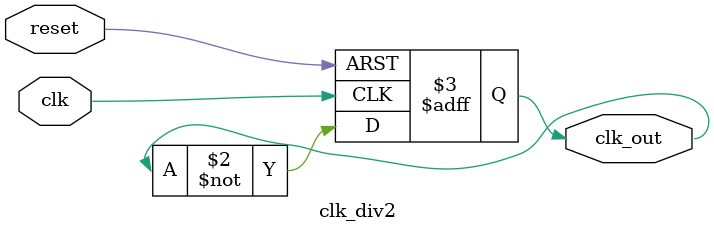
<source format=v>

module clk_div2(input clk, input reset, output reg clk_out);
    always @(posedge clk or posedge reset) begin
        if (reset) clk_out <= 1'b0;
        else       clk_out <= ~clk_out;
    end
endmodule

</source>
